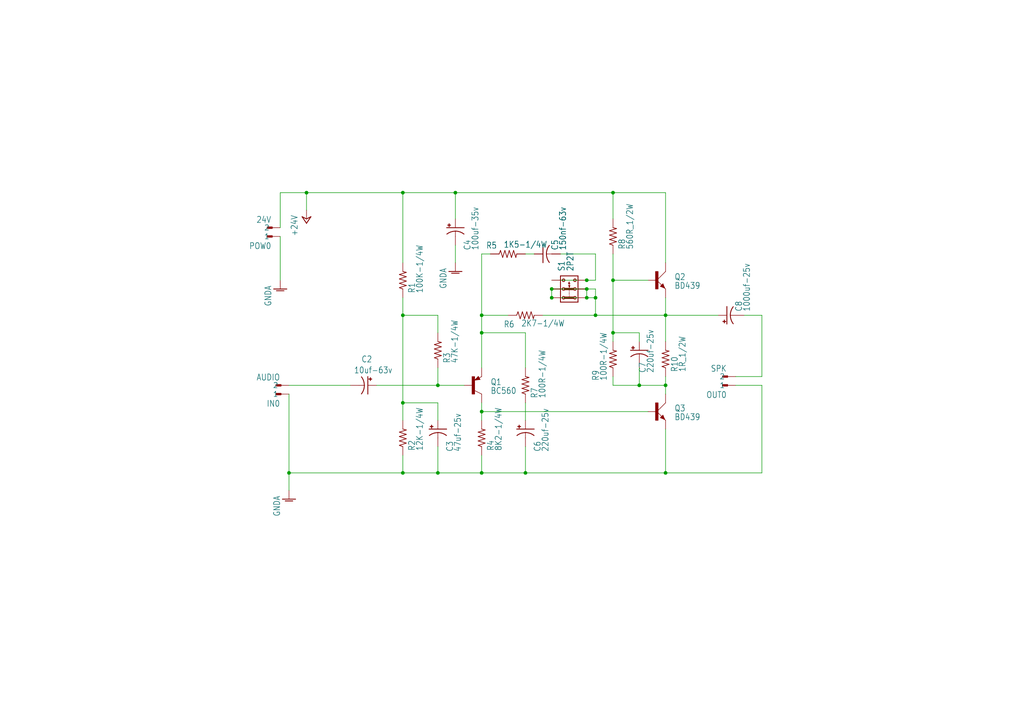
<source format=kicad_sch>
(kicad_sch (version 20250114) (generator "eeschema") (generator_version "9.0")
  (paper "A4")
  (lib_symbols
    (symbol "AmpBoard-eagle-import:+24V" (power)
      (symbol "+24V_1_0"
        (polyline (pts (xy 0 1.27) (xy -1.27 -0.635)) (stroke (width 0.254)))
        (polyline (pts (xy 0 0) (xy -1.27 -0.635)) (stroke (width 0.254)))
        (polyline (pts (xy 1.27 -0.635) (xy 0 1.27)) (stroke (width 0.254)))
        (polyline (pts (xy 1.27 -0.635) (xy 0 0)) (stroke (width 0.254)))
        (pin power_in line (at 0 -2.54 90) (length 2.54) (name "+24V") (number "1"))
      )
    )
    (symbol "AmpBoard-eagle-import:2P2T"
      (property "Reference" "S" (at 5.08 1.27 0))
      (symbol "2P2T_1_0"
        (polyline (pts (xy -3.81 2.54) (xy 3.81 2.54)) (stroke (width 0.254)))
        (polyline (pts (xy -3.81 -2.54) (xy -3.81 2.54)) (stroke (width 0.254)))
        (rectangle (start -2.794 -1.397) (end -2.286 1.397) (fill (type outline)))
        (polyline (pts (xy -2.54 2.413) (xy -2.54 2.032)) (stroke (width 0.1524)))
        (circle (center -2.54 1.651) (radius 0.381) (stroke (width 0.254)))
        (circle (center -2.54 -1.651) (radius 0.381) (stroke (width 0.254)))
        (polyline (pts (xy -2.54 -2.413) (xy -2.54 -2.032)) (stroke (width 0.1524)))
        (polyline (pts (xy -2.159 0) (xy -2.032 0)) (stroke (width 0.1524)))
        (polyline (pts (xy -1.778 0) (xy -1.651 0)) (stroke (width 0.1524)))
        (polyline (pts (xy -1.397 0) (xy -1.143 0)) (stroke (width 0.1524)))
        (polyline (pts (xy -0.889 0) (xy -0.762 0)) (stroke (width 0.1524)))
        (polyline (pts (xy -0.508 0) (xy -0.381 0)) (stroke (width 0.1524)))
        (rectangle (start -0.254 -1.397) (end 0.254 1.397) (fill (type outline)))
        (polyline (pts (xy 0 2.413) (xy 0 2.032)) (stroke (width 0.1524)))
        (circle (center 0 1.651) (radius 0.381) (stroke (width 0.254)))
        (circle (center 0 -1.651) (radius 0.381) (stroke (width 0.254)))
        (polyline (pts (xy 0 -2.413) (xy 0 -2.032)) (stroke (width 0.1524)))
        (polyline (pts (xy 0.381 0) (xy 2.032 0)) (stroke (width 0.1524)))
        (polyline (pts (xy 0.381 0) (xy 1.016 -0.254) (xy 1.016 0.254)) (stroke (width 0.1524)) (fill (type outline)))
        (polyline (pts (xy 2.159 0) (xy 1.524 0.254) (xy 1.524 -0.254)) (stroke (width 0.1524)) (fill (type outline)))
        (polyline (pts (xy 2.54 2.413) (xy 2.54 2.032)) (stroke (width 0.1524)))
        (circle (center 2.54 1.651) (radius 0.381) (stroke (width 0.254)))
        (circle (center 2.54 -1.651) (radius 0.381) (stroke (width 0.254)))
        (polyline (pts (xy 2.54 -2.413) (xy 2.54 -2.032)) (stroke (width 0.1524)))
        (polyline (pts (xy 3.81 2.54) (xy 3.81 -2.54)) (stroke (width 0.254)))
        (polyline (pts (xy 3.81 -2.54) (xy -3.81 -2.54)) (stroke (width 0.254)))
        (pin passive line (at -2.54 5.08 270) (length 2.54) (name "1.1") (number "1.1"))
        (pin passive line (at -2.54 -5.08 90) (length 2.54) (name "1.2") (number "1.2"))
        (pin passive line (at 0 5.08 270) (length 2.54) (name "2.1") (number "2.1"))
        (pin passive line (at 0 -5.08 90) (length 2.54) (name "2.2") (number "2.2"))
        (pin passive line (at 2.54 5.08 270) (length 2.54) (name "3.1") (number "3.1"))
        (pin passive line (at 2.54 -5.08 90) (length 2.54) (name "3.2") (number "3.2"))
      )
    )
    (symbol "AmpBoard-eagle-import:BC560"
      (property "Reference" "Q" (at -10.16 7.62 0))
      (symbol "BC560_1_0"
        (rectangle (start -0.254 -2.54) (end 0.508 2.54) (fill (type outline)))
        (polyline (pts (xy 0.516 1.478) (xy 2.086 1.678)) (stroke (width 0.1524)))
        (polyline (pts (xy 0.762 1.651) (xy 1.778 1.778)) (stroke (width 0.254)))
        (polyline (pts (xy 1.143 1.905) (xy 1.524 1.905)) (stroke (width 0.254)))
        (polyline (pts (xy 1.524 2.413) (xy 0.762 1.651)) (stroke (width 0.254)))
        (polyline (pts (xy 1.524 2.159) (xy 1.143 1.905)) (stroke (width 0.254)))
        (polyline (pts (xy 1.578 2.594) (xy 0.516 1.478)) (stroke (width 0.1524)))
        (polyline (pts (xy 1.778 1.778) (xy 1.524 2.159)) (stroke (width 0.254)))
        (polyline (pts (xy 1.905 1.778) (xy 1.524 2.413)) (stroke (width 0.254)))
        (polyline (pts (xy 2.086 1.678) (xy 1.578 2.594)) (stroke (width 0.1524)))
        (polyline (pts (xy 2.54 2.54) (xy 1.808 2.124)) (stroke (width 0.1524)))
        (polyline (pts (xy 2.54 -2.54) (xy 0.508 -1.524)) (stroke (width 0.1524)))
        (pin passive line (at -2.54 0 0) (length 2.54) (name "B") (number "B"))
        (pin passive line (at 2.54 5.08 270) (length 2.54) (name "E") (number "E"))
        (pin passive line (at 2.54 -5.08 90) (length 2.54) (name "C") (number "C"))
      )
    )
    (symbol "AmpBoard-eagle-import:BD139"
      (property "Reference" "Q" (at 5.08 2.54 0))
      (symbol "BD139_1_0"
        (rectangle (start -0.381 -2.54) (end 0.381 2.54) (fill (type outline)))
        (polyline (pts (xy 0 0) (xy 1.651 -1.651)) (stroke (width 0.1524)))
        (polyline (pts (xy 1.016 -1.778) (xy 1.778 -1.016)) (stroke (width 0.1524)))
        (polyline (pts (xy 1.27 -1.778) (xy 2.159 -2.159)) (stroke (width 0.254)))
        (polyline (pts (xy 1.524 -1.778) (xy 1.778 -1.524)) (stroke (width 0.254)))
        (polyline (pts (xy 1.778 -1.016) (xy 2.286 -2.286)) (stroke (width 0.1524)))
        (polyline (pts (xy 1.778 -1.27) (xy 1.27 -1.778)) (stroke (width 0.254)))
        (polyline (pts (xy 2.159 -2.159) (xy 1.651 -1.651)) (stroke (width 0.254)))
        (polyline (pts (xy 2.159 -2.159) (xy 1.778 -1.27)) (stroke (width 0.254)))
        (polyline (pts (xy 2.159 -2.159) (xy 2.286 -2.286)) (stroke (width 0.1524)))
        (polyline (pts (xy 2.286 -2.286) (xy 1.016 -1.778)) (stroke (width 0.1524)))
        (polyline (pts (xy 2.286 -2.286) (xy 2.54 -2.54)) (stroke (width 0.1524)))
        (polyline (pts (xy 2.54 2.54) (xy 0 0)) (stroke (width 0.1524)))
        (pin passive line (at -2.54 0 0) (length 2.54) (name "B") (number "B"))
        (pin passive line (at 2.54 5.08 270) (length 2.54) (name "C") (number "C"))
        (pin passive line (at 2.54 -5.08 90) (length 2.54) (name "E") (number "E"))
      )
    )
    (symbol "AmpBoard-eagle-import:C-US050-025X075"
      (property "Reference" "C" (at 1.016 0.635 0))
      (symbol "C-US050-025X075_1_0"
        (polyline (pts (xy -2.54 0) (xy 2.54 0)) (stroke (width 0.254)))
        (arc (start 0 -1) (mid 1.3158 -1.2195) (end 2.4892 -1.8541) (stroke (width 0.254)))
        (arc (start -2.4668 -1.8504) (mid -1.302 -1.2303) (end 0 -1.0161) (stroke (width 0.254)))
        (polyline (pts (xy 0 -1.016) (xy 0 -2.54)) (stroke (width 0.1524)))
        (pin passive line (at 0 2.54 270) (length 2.54) (name "1") (number "1"))
        (pin passive line (at 0 -5.08 90) (length 2.54) (name "2") (number "2"))
      )
    )
    (symbol "AmpBoard-eagle-import:CPOL-USE2-5"
      (property "Reference" "C" (at 1.016 0.635 0))
      (symbol "CPOL-USE2-5_1_0"
        (polyline (pts (xy -2.54 0) (xy 2.54 0)) (stroke (width 0.254)))
        (rectangle (start -2.253 0.668) (end -1.364 0.795) (fill (type outline)))
        (rectangle (start -1.872 0.287) (end -1.745 1.176) (fill (type outline)))
        (arc (start 0 -1) (mid 1.3158 -1.2195) (end 2.4892 -1.8541) (stroke (width 0.254)))
        (arc (start -2.4669 -1.8504) (mid -1.3021 -1.2303) (end 0 -1.0161) (stroke (width 0.254)))
        (polyline (pts (xy 0 -1.016) (xy 0 -2.54)) (stroke (width 0.1524)))
        (pin passive line (at 0 2.54 270) (length 2.54) (name "+") (number "+"))
        (pin passive line (at 0 -5.08 90) (length 2.54) (name "-") (number "-"))
      )
    )
    (symbol "AmpBoard-eagle-import:CPOL-USE2.5-6"
      (property "Reference" "C" (at 1.016 0.635 0))
      (symbol "CPOL-USE2.5-6_1_0"
        (polyline (pts (xy -2.54 0) (xy 2.54 0)) (stroke (width 0.254)))
        (rectangle (start -2.253 0.668) (end -1.364 0.795) (fill (type outline)))
        (rectangle (start -1.872 0.287) (end -1.745 1.176) (fill (type outline)))
        (arc (start 0 -1) (mid 1.3158 -1.2195) (end 2.4892 -1.8541) (stroke (width 0.254)))
        (arc (start -2.4669 -1.8504) (mid -1.3021 -1.2303) (end 0 -1.0161) (stroke (width 0.254)))
        (polyline (pts (xy 0 -1.016) (xy 0 -2.54)) (stroke (width 0.1524)))
        (pin passive line (at 0 2.54 270) (length 2.54) (name "+") (number "+"))
        (pin passive line (at 0 -5.08 90) (length 2.54) (name "-") (number "-"))
      )
    )
    (symbol "AmpBoard-eagle-import:CPOL-USE3.5-8"
      (property "Reference" "C" (at 1.016 0.635 0))
      (symbol "CPOL-USE3.5-8_1_0"
        (polyline (pts (xy -2.54 0) (xy 2.54 0)) (stroke (width 0.254)))
        (rectangle (start -2.253 0.668) (end -1.364 0.795) (fill (type outline)))
        (rectangle (start -1.872 0.287) (end -1.745 1.176) (fill (type outline)))
        (arc (start 0 -1) (mid 1.3158 -1.2195) (end 2.4892 -1.8541) (stroke (width 0.254)))
        (arc (start -2.4669 -1.8504) (mid -1.3021 -1.2303) (end 0 -1.0161) (stroke (width 0.254)))
        (polyline (pts (xy 0 -1.016) (xy 0 -2.54)) (stroke (width 0.1524)))
        (pin passive line (at 0 2.54 270) (length 2.54) (name "+") (number "+"))
        (pin passive line (at 0 -5.08 90) (length 2.54) (name "-") (number "-"))
      )
    )
    (symbol "AmpBoard-eagle-import:CPOL-USE5-13"
      (property "Reference" "C" (at 1.016 0.635 0))
      (symbol "CPOL-USE5-13_1_0"
        (polyline (pts (xy -2.54 0) (xy 2.54 0)) (stroke (width 0.254)))
        (rectangle (start -2.253 0.668) (end -1.364 0.795) (fill (type outline)))
        (rectangle (start -1.872 0.287) (end -1.745 1.176) (fill (type outline)))
        (arc (start 0 -1) (mid 1.3158 -1.2195) (end 2.4892 -1.8541) (stroke (width 0.254)))
        (arc (start -2.4669 -1.8504) (mid -1.3021 -1.2303) (end 0 -1.0161) (stroke (width 0.254)))
        (polyline (pts (xy 0 -1.016) (xy 0 -2.54)) (stroke (width 0.1524)))
        (pin passive line (at 0 2.54 270) (length 2.54) (name "+") (number "+"))
        (pin passive line (at 0 -5.08 90) (length 2.54) (name "-") (number "-"))
      )
    )
    (symbol "AmpBoard-eagle-import:GNDA" (power)
      (symbol "GNDA_1_0"
        (polyline (pts (xy -1.905 0) (xy 1.905 0)) (stroke (width 0.254)))
        (polyline (pts (xy -1.0922 -0.508) (xy 1.0922 -0.508)) (stroke (width 0.254)))
        (pin power_in line (at 0 2.54 270) (length 2.54) (name "GNDA") (number "1"))
      )
    )
    (symbol "AmpBoard-eagle-import:PM5.08/2/90BLK"
      (property "Reference" "J" (at 2.54 1.778 0))
      (symbol "PM5.08/2/90BLK_1_0"
        (rectangle (start 2.286 -0.254) (end 3.81 0.254) (fill (type outline)))
        (rectangle (start 2.286 -2.794) (end 3.81 -2.286) (fill (type outline)))
        (pin passive line (at 0 0 0) (length 2.54) (name "1") (number "1"))
        (pin passive line (at 0 -2.54 0) (length 2.54) (name "2") (number "2"))
      )
    )
    (symbol "AmpBoard-eagle-import:R-US_0204/7"
      (property "Reference" "R" (at -3.81 1.4986 0))
      (symbol "R-US_0204/7_1_0"
        (polyline (pts (xy -2.54 0) (xy -2.159 1.016)) (stroke (width 0.2032)))
        (polyline (pts (xy -2.159 1.016) (xy -1.524 -1.016)) (stroke (width 0.2032)))
        (polyline (pts (xy -1.524 -1.016) (xy -0.889 1.016)) (stroke (width 0.2032)))
        (polyline (pts (xy -0.889 1.016) (xy -0.254 -1.016)) (stroke (width 0.2032)))
        (polyline (pts (xy -0.254 -1.016) (xy 0.381 1.016)) (stroke (width 0.2032)))
        (polyline (pts (xy 0.381 1.016) (xy 1.016 -1.016)) (stroke (width 0.2032)))
        (polyline (pts (xy 1.016 -1.016) (xy 1.651 1.016)) (stroke (width 0.2032)))
        (polyline (pts (xy 1.651 1.016) (xy 2.286 -1.016)) (stroke (width 0.2032)))
        (polyline (pts (xy 2.286 -1.016) (xy 2.54 0)) (stroke (width 0.2032)))
        (pin passive line (at -5.08 0 0) (length 2.54) (name "1") (number "1"))
        (pin passive line (at 5.08 0 180) (length 2.54) (name "2") (number "2"))
      )
    )
  )
  (junction (at 127 111.76))
  (junction (at 170.18 83.82))
  (junction (at 193.04 111.76))
  (junction (at 139.7 137.16))
  (junction (at 160.02 86.36))
  (junction (at 170.18 86.36))
  (junction (at 152.4 137.16))
  (junction (at 139.7 91.44))
  (junction (at 177.8 81.28))
  (junction (at 172.72 86.36))
  (junction (at 116.84 55.88))
  (junction (at 127 137.16))
  (junction (at 160.02 83.82))
  (junction (at 185.42 111.76))
  (junction (at 116.84 116.84))
  (junction (at 177.8 96.52))
  (junction (at 172.72 91.44))
  (junction (at 193.04 137.16))
  (junction (at 88.9 55.88))
  (junction (at 139.7 119.38))
  (junction (at 132.08 55.88))
  (junction (at 193.04 91.44))
  (junction (at 139.7 96.52))
  (junction (at 170.18 81.28))
  (junction (at 116.84 91.44))
  (junction (at 177.8 55.88))
  (junction (at 83.82 137.16))
  (junction (at 116.84 137.16))
  (wire (pts (xy 220.98 137.16) (xy 193.04 137.16)) (stroke (width 0.1524)))
  (wire (pts (xy 193.04 111.76) (xy 193.04 114.3)) (stroke (width 0.1524)))
  (wire (pts (xy 193.04 124.46) (xy 193.04 137.16)) (stroke (width 0.1524)))
  (wire (pts (xy 177.8 111.76) (xy 185.42 111.76)) (stroke (width 0.1524)))
  (wire (pts (xy 116.84 137.16) (xy 83.82 137.16)) (stroke (width 0.1524)))
  (wire (pts (xy 170.18 86.36) (xy 170.18 83.82)) (stroke (width 0.1524)))
  (wire (pts (xy 139.7 116.84) (xy 139.7 119.38)) (stroke (width 0.1524)))
  (wire (pts (xy 172.72 86.36) (xy 172.72 91.44)) (stroke (width 0.1524)))
  (wire (pts (xy 81.28 55.88) (xy 81.28 66.04)) (stroke (width 0.1524)))
  (wire (pts (xy 177.8 81.28) (xy 177.8 96.52)) (stroke (width 0.1524)))
  (wire (pts (xy 193.04 76.2) (xy 193.04 55.88)) (stroke (width 0.1524)))
  (wire (pts (xy 83.82 111.76) (xy 101.6 111.76)) (stroke (width 0.1524)))
  (wire (pts (xy 185.42 96.52) (xy 177.8 96.52)) (stroke (width 0.1524)))
  (wire (pts (xy 172.72 73.66) (xy 162.56 73.66)) (stroke (width 0.1524)))
  (wire (pts (xy 152.4 116.84) (xy 152.4 121.92)) (stroke (width 0.1524)))
  (wire (pts (xy 172.72 83.82) (xy 172.72 86.36)) (stroke (width 0.1524)))
  (wire (pts (xy 88.9 55.88) (xy 81.28 55.88)) (stroke (width 0.1524)))
  (wire (pts (xy 208.28 91.44) (xy 193.04 91.44)) (stroke (width 0.1524)))
  (wire (pts (xy 152.4 129.54) (xy 152.4 137.16)) (stroke (width 0.1524)))
  (wire (pts (xy 116.84 55.88) (xy 88.9 55.88)) (stroke (width 0.1524)))
  (wire (pts (xy 127 137.16) (xy 116.84 137.16)) (stroke (width 0.1524)))
  (wire (pts (xy 177.8 109.22) (xy 177.8 111.76)) (stroke (width 0.1524)))
  (wire (pts (xy 172.72 86.36) (xy 170.18 86.36)) (stroke (width 0.1524)))
  (wire (pts (xy 152.4 106.68) (xy 152.4 96.52)) (stroke (width 0.1524)))
  (wire (pts (xy 185.42 111.76) (xy 193.04 111.76)) (stroke (width 0.1524)))
  (wire (pts (xy 142.24 73.66) (xy 139.7 73.66)) (stroke (width 0.1524)))
  (wire (pts (xy 81.28 68.58) (xy 81.28 81.28)) (stroke (width 0.1524)))
  (wire (pts (xy 127 106.68) (xy 127 111.76)) (stroke (width 0.1524)))
  (wire (pts (xy 127 91.44) (xy 116.84 91.44)) (stroke (width 0.1524)))
  (wire (pts (xy 177.8 73.66) (xy 177.8 81.28)) (stroke (width 0.1524)))
  (wire (pts (xy 177.8 63.5) (xy 177.8 55.88)) (stroke (width 0.1524)))
  (wire (pts (xy 193.04 55.88) (xy 177.8 55.88)) (stroke (width 0.1524)))
  (wire (pts (xy 139.7 137.16) (xy 127 137.16)) (stroke (width 0.1524)))
  (wire (pts (xy 187.96 119.38) (xy 139.7 119.38)) (stroke (width 0.1524)))
  (wire (pts (xy 139.7 73.66) (xy 139.7 91.44)) (stroke (width 0.1524)))
  (wire (pts (xy 127 121.92) (xy 127 116.84)) (stroke (width 0.1524)))
  (wire (pts (xy 116.84 91.44) (xy 116.84 116.84)) (stroke (width 0.1524)))
  (wire (pts (xy 116.84 121.92) (xy 116.84 116.84)) (stroke (width 0.1524)))
  (wire (pts (xy 177.8 55.88) (xy 132.08 55.88)) (stroke (width 0.1524)))
  (wire (pts (xy 220.98 109.22) (xy 213.36 109.22)) (stroke (width 0.1524)))
  (wire (pts (xy 152.4 137.16) (xy 139.7 137.16)) (stroke (width 0.1524)))
  (wire (pts (xy 127 96.52) (xy 127 91.44)) (stroke (width 0.1524)))
  (wire (pts (xy 152.4 73.66) (xy 154.94 73.66)) (stroke (width 0.1524)))
  (wire (pts (xy 83.82 137.16) (xy 83.82 114.3)) (stroke (width 0.1524)))
  (wire (pts (xy 147.32 91.44) (xy 139.7 91.44)) (stroke (width 0.1524)))
  (wire (pts (xy 193.04 91.44) (xy 193.04 99.06)) (stroke (width 0.1524)))
  (wire (pts (xy 127 116.84) (xy 116.84 116.84)) (stroke (width 0.1524)))
  (wire (pts (xy 220.98 111.76) (xy 220.98 137.16)) (stroke (width 0.1524)))
  (wire (pts (xy 88.9 60.96) (xy 88.9 55.88)) (stroke (width 0.1524)))
  (wire (pts (xy 127 129.54) (xy 127 137.16)) (stroke (width 0.1524)))
  (wire (pts (xy 132.08 63.5) (xy 132.08 55.88)) (stroke (width 0.1524)))
  (wire (pts (xy 116.84 86.36) (xy 116.84 91.44)) (stroke (width 0.1524)))
  (wire (pts (xy 116.84 132.08) (xy 116.84 137.16)) (stroke (width 0.1524)))
  (wire (pts (xy 172.72 91.44) (xy 193.04 91.44)) (stroke (width 0.1524)))
  (wire (pts (xy 185.42 106.68) (xy 185.42 111.76)) (stroke (width 0.1524)))
  (wire (pts (xy 127 111.76) (xy 134.62 111.76)) (stroke (width 0.1524)))
  (wire (pts (xy 139.7 96.52) (xy 139.7 106.68)) (stroke (width 0.1524)))
  (wire (pts (xy 215.9 91.44) (xy 220.98 91.44)) (stroke (width 0.1524)))
  (wire (pts (xy 170.18 81.28) (xy 160.02 81.28)) (stroke (width 0.1524)))
  (wire (pts (xy 132.08 55.88) (xy 116.84 55.88)) (stroke (width 0.1524)))
  (wire (pts (xy 139.7 132.08) (xy 139.7 137.16)) (stroke (width 0.1524)))
  (wire (pts (xy 187.96 81.28) (xy 177.8 81.28)) (stroke (width 0.1524)))
  (wire (pts (xy 172.72 81.28) (xy 170.18 81.28)) (stroke (width 0.1524)))
  (wire (pts (xy 157.48 91.44) (xy 172.72 91.44)) (stroke (width 0.1524)))
  (wire (pts (xy 139.7 119.38) (xy 139.7 121.92)) (stroke (width 0.1524)))
  (wire (pts (xy 170.18 83.82) (xy 160.02 83.82)) (stroke (width 0.1524)))
  (wire (pts (xy 160.02 86.36) (xy 160.02 83.82)) (stroke (width 0.1524)))
  (wire (pts (xy 170.18 86.36) (xy 160.02 86.36)) (stroke (width 0.1524)))
  (wire (pts (xy 127 111.76) (xy 109.22 111.76)) (stroke (width 0.1524)))
  (wire (pts (xy 152.4 96.52) (xy 139.7 96.52)) (stroke (width 0.1524)))
  (wire (pts (xy 132.08 76.2) (xy 132.08 71.12)) (stroke (width 0.1524)))
  (wire (pts (xy 185.42 99.06) (xy 185.42 96.52)) (stroke (width 0.1524)))
  (wire (pts (xy 177.8 96.52) (xy 177.8 99.06)) (stroke (width 0.1524)))
  (wire (pts (xy 193.04 86.36) (xy 193.04 91.44)) (stroke (width 0.1524)))
  (wire (pts (xy 193.04 137.16) (xy 152.4 137.16)) (stroke (width 0.1524)))
  (wire (pts (xy 172.72 73.66) (xy 172.72 81.28)) (stroke (width 0.1524)))
  (wire (pts (xy 83.82 142.24) (xy 83.82 137.16)) (stroke (width 0.1524)))
  (wire (pts (xy 213.36 111.76) (xy 220.98 111.76)) (stroke (width 0.1524)))
  (wire (pts (xy 220.98 91.44) (xy 220.98 109.22)) (stroke (width 0.1524)))
  (wire (pts (xy 172.72 83.82) (xy 170.18 83.82)) (stroke (width 0.1524)))
  (wire (pts (xy 116.84 55.88) (xy 116.84 76.2)) (stroke (width 0.1524)))
  (wire (pts (xy 139.7 91.44) (xy 139.7 96.52)) (stroke (width 0.1524)))
  (wire (pts (xy 193.04 109.22) (xy 193.04 111.76)) (stroke (width 0.1524)))
  (symbol (lib_id "AmpBoard-eagle-import:PM5.08/2/90BLK") (at 81.28 68.58 180) (unit 1)
    (property "Reference" "POW0" (at 78.74 70.358 0) (effects (font (size 1.778 1.5113)) (justify left bottom)))
    (property "Value" "24V" (at 78.74 62.738 0) (effects (font (size 1.778 1.5113)) (justify left bottom)))
    (property "Footprint" "AmpBoard:WEIDMULLER_PM5.08_2" (effects (hide yes)))
  )
  (symbol (lib_id "AmpBoard-eagle-import:R-US_0204/7") (at 193.04 104.14 90) (unit 1)
    (property "Reference" "R10" (at 196.6214 107.95 0) (effects (font (size 1.778 1.5113)) (justify left bottom)))
    (property "Value" "1R_1/2W" (at 198.882 107.95 0) (effects (font (size 1.778 1.5113)) (justify left bottom)))
    (property "Footprint" "AmpBoard:0204_7" (effects (hide yes)))
  )
  (symbol (lib_id "AmpBoard-eagle-import:R-US_0204/7") (at 116.84 81.28 90) (unit 1)
    (property "Reference" "R1" (at 120.4214 85.09 0) (effects (font (size 1.778 1.5113)) (justify left bottom)))
    (property "Value" "100K-1/4W" (at 122.682 85.09 0) (effects (font (size 1.778 1.5113)) (justify left bottom)))
    (property "Footprint" "AmpBoard:0204_7" (effects (hide yes)))
  )
  (symbol (lib_id "AmpBoard-eagle-import:PM5.08/2/90BLK") (at 213.36 111.76 180) (unit 1)
    (property "Reference" "OUT0" (at 210.82 113.538 0) (effects (font (size 1.778 1.5113)) (justify left bottom)))
    (property "Value" "SPK" (at 210.82 105.918 0) (effects (font (size 1.778 1.5113)) (justify left bottom)))
    (property "Footprint" "AmpBoard:WEIDMULLER_PM5.08_2" (effects (hide yes)))
  )
  (symbol (lib_id "AmpBoard-eagle-import:CPOL-USE3.5-8") (at 185.42 101.6 0) (unit 1)
    (property "Reference" "C7" (at 187.325 108.204 90) (effects (font (size 1.778 1.5113)) (justify left bottom)))
    (property "Value" "220uf-25v" (at 189.611 108.204 90) (effects (font (size 1.778 1.5113)) (justify left bottom)))
    (property "Footprint" "AmpBoard:E3,5-8" (effects (hide yes)))
  )
  (symbol (lib_id "AmpBoard-eagle-import:CPOL-USE2-5") (at 127 124.46 0) (unit 1)
    (property "Reference" "C3" (at 131.445 131.064 90) (effects (font (size 1.778 1.5113)) (justify left bottom)))
    (property "Value" "47uf-25v" (at 133.731 131.064 90) (effects (font (size 1.778 1.5113)) (justify left bottom)))
    (property "Footprint" "AmpBoard:E2-5" (effects (hide yes)))
  )
  (symbol (lib_id "AmpBoard-eagle-import:BD139") (at 190.5 81.28 0) (unit 1)
    (property "Reference" "Q2" (at 195.58 81.28 0) (effects (font (size 1.778 1.5113)) (justify left bottom)))
    (property "Value" "BD439" (at 195.58 83.82 0) (effects (font (size 1.778 1.5113)) (justify left bottom)))
    (property "Footprint" "AmpBoard:TO126AV" (effects (hide yes)))
  )
  (symbol (lib_id "AmpBoard-eagle-import:R-US_0204/7") (at 147.32 73.66 0) (unit 1)
    (property "Reference" "R5" (at 140.97 72.1614 0) (effects (font (size 1.778 1.5113)) (justify left bottom)))
    (property "Value" "1K5-1/4W" (at 146.05 71.882 0) (effects (font (size 1.778 1.5113)) (justify left bottom)))
    (property "Footprint" "AmpBoard:0204_7" (effects (hide yes)))
  )
  (symbol (lib_id "AmpBoard-eagle-import:BC560") (at 137.16 111.76 0) (unit 1)
    (property "Reference" "Q1" (at 142.24 111.76 0) (effects (font (size 1.778 1.5113)) (justify left bottom)))
    (property "Value" "BC560" (at 142.24 114.3 0) (effects (font (size 1.778 1.5113)) (justify left bottom)))
    (property "Footprint" "AmpBoard:TO92-EBC" (effects (hide yes)))
  )
  (symbol (lib_id "AmpBoard-eagle-import:GNDA") (at 83.82 144.78 0) (unit 1)
    (property "Reference" "#GND3" (effects (hide yes)))
    (property "Value" "GNDA" (at 81.28 149.86 90) (effects (font (size 1.778 1.5113)) (justify left bottom)))
  )
  (symbol (lib_id "AmpBoard-eagle-import:CPOL-USE5-13") (at 210.82 91.44 90) (unit 1)
    (property "Reference" "C8" (at 215.265 90.424 0) (effects (font (size 1.778 1.5113)) (justify left bottom)))
    (property "Value" "1000uf-25v" (at 217.551 90.424 0) (effects (font (size 1.778 1.5113)) (justify left bottom)))
    (property "Footprint" "AmpBoard:E5-13" (effects (hide yes)))
  )
  (symbol (lib_id "AmpBoard-eagle-import:PM5.08/2/90BLK") (at 83.82 114.3 180) (unit 1)
    (property "Reference" "IN0" (at 81.28 116.078 0) (effects (font (size 1.778 1.5113)) (justify left bottom)))
    (property "Value" "AUDIO" (at 81.28 108.458 0) (effects (font (size 1.778 1.5113)) (justify left bottom)))
    (property "Footprint" "AmpBoard:WEIDMULLER_PM5.08_2" (effects (hide yes)))
  )
  (symbol (lib_id "AmpBoard-eagle-import:C-US050-025X075") (at 157.48 73.66 90) (unit 1)
    (property "Reference" "C5" (at 161.925 72.644 0) (effects (font (size 1.778 1.5113)) (justify left bottom)))
    (property "Value" "150nf-63v" (at 164.211 72.644 0) (effects (font (size 1.778 1.5113)) (justify left bottom)))
    (property "Footprint" "AmpBoard:C050-025X075" (effects (hide yes)))
  )
  (symbol (lib_id "AmpBoard-eagle-import:BD139") (at 190.5 119.38 0) (unit 1)
    (property "Reference" "Q3" (at 195.58 119.38 0) (effects (font (size 1.778 1.5113)) (justify left bottom)))
    (property "Value" "BD439" (at 195.58 121.92 0) (effects (font (size 1.778 1.5113)) (justify left bottom)))
    (property "Footprint" "AmpBoard:TO126AV" (effects (hide yes)))
  )
  (symbol (lib_id "AmpBoard-eagle-import:R-US_0204/7") (at 152.4 111.76 90) (unit 1)
    (property "Reference" "R7" (at 155.9814 115.57 0) (effects (font (size 1.778 1.5113)) (justify left bottom)))
    (property "Value" "100R-1/4W" (at 158.242 115.57 0) (effects (font (size 1.778 1.5113)) (justify left bottom)))
    (property "Footprint" "AmpBoard:0204_7" (effects (hide yes)))
  )
  (symbol (lib_id "AmpBoard-eagle-import:+24V") (at 88.9 63.5 180) (unit 1)
    (property "Reference" "#P+1" (effects (hide yes)))
    (property "Value" "+24V" (at 86.36 68.58 90) (effects (font (size 1.778 1.5113)) (justify right top)))
  )
  (symbol (lib_id "AmpBoard-eagle-import:CPOL-USE3.5-8") (at 152.4 124.46 0) (unit 1)
    (property "Reference" "C6" (at 156.845 131.064 90) (effects (font (size 1.778 1.5113)) (justify left bottom)))
    (property "Value" "220uf-25v" (at 159.131 131.064 90) (effects (font (size 1.778 1.5113)) (justify left bottom)))
    (property "Footprint" "AmpBoard:E3,5-8" (effects (hide yes)))
  )
  (symbol (lib_id "AmpBoard-eagle-import:CPOL-USE3.5-8") (at 132.08 66.04 0) (unit 1)
    (property "Reference" "C4" (at 136.525 72.644 90) (effects (font (size 1.778 1.5113)) (justify left bottom)))
    (property "Value" "100uf-35v" (at 138.811 72.644 90) (effects (font (size 1.778 1.5113)) (justify left bottom)))
    (property "Footprint" "AmpBoard:E3,5-8" (effects (hide yes)))
  )
  (symbol (lib_id "AmpBoard-eagle-import:R-US_0204/7") (at 139.7 127 90) (unit 1)
    (property "Reference" "R4" (at 143.2814 130.81 0) (effects (font (size 1.778 1.5113)) (justify left bottom)))
    (property "Value" "8K2-1/4W" (at 145.542 130.81 0) (effects (font (size 1.778 1.5113)) (justify left bottom)))
    (property "Footprint" "AmpBoard:0204_7" (effects (hide yes)))
  )
  (symbol (lib_id "AmpBoard-eagle-import:CPOL-USE2.5-6") (at 106.68 111.76 270) (unit 1)
    (property "Reference" "C2" (at 104.775 105.156 90) (effects (font (size 1.778 1.5113)) (justify left bottom)))
    (property "Value" "10uf-63v" (at 102.616 108.331 90) (effects (font (size 1.778 1.5113)) (justify left bottom)))
    (property "Footprint" "AmpBoard:E2,5-6" (effects (hide yes)))
  )
  (symbol (lib_id "AmpBoard-eagle-import:R-US_0204/7") (at 116.84 127 90) (unit 1)
    (property "Reference" "R2" (at 120.4214 130.81 0) (effects (font (size 1.778 1.5113)) (justify left bottom)))
    (property "Value" "12K-1/4W" (at 122.682 130.81 0) (effects (font (size 1.778 1.5113)) (justify left bottom)))
    (property "Footprint" "AmpBoard:0204_7" (effects (hide yes)))
  )
  (symbol (lib_id "AmpBoard-eagle-import:R-US_0204/7") (at 177.8 104.14 90) (unit 1)
    (property "Reference" "R9" (at 173.7614 110.49 0) (effects (font (size 1.778 1.5113)) (justify left bottom)))
    (property "Value" "100R-1/4W" (at 176.022 110.49 0) (effects (font (size 1.778 1.5113)) (justify left bottom)))
    (property "Footprint" "AmpBoard:0204_7" (effects (hide yes)))
  )
  (symbol (lib_id "AmpBoard-eagle-import:R-US_0204/7") (at 152.4 91.44 0) (unit 1)
    (property "Reference" "R6" (at 146.05 95.0214 0) (effects (font (size 1.778 1.5113)) (justify left bottom)))
    (property "Value" "2K7-1/4W" (at 151.13 94.742 0) (effects (font (size 1.778 1.5113)) (justify left bottom)))
    (property "Footprint" "AmpBoard:0204_7" (effects (hide yes)))
  )
  (symbol (lib_id "AmpBoard-eagle-import:2P2T") (at 165.1 83.82 90) (unit 1)
    (property "Reference" "S1" (at 163.83 78.74 0) (effects (font (size 1.778 1.5113)) (justify left bottom)))
    (property "Value" "2P2T" (at 166.37 78.74 0) (effects (font (size 1.778 1.5113)) (justify left bottom)))
    (property "Footprint" "AmpBoard:2P2T" (effects (hide yes)))
  )
  (symbol (lib_id "AmpBoard-eagle-import:R-US_0204/7") (at 177.8 68.58 90) (unit 1)
    (property "Reference" "R8" (at 181.3814 72.39 0) (effects (font (size 1.778 1.5113)) (justify left bottom)))
    (property "Value" "560R_1/2W" (at 183.642 72.39 0) (effects (font (size 1.778 1.5113)) (justify left bottom)))
    (property "Footprint" "AmpBoard:0204_7" (effects (hide yes)))
  )
  (symbol (lib_id "AmpBoard-eagle-import:R-US_0204/7") (at 127 101.6 90) (unit 1)
    (property "Reference" "R3" (at 130.5814 105.41 0) (effects (font (size 1.778 1.5113)) (justify left bottom)))
    (property "Value" "47K-1/4W" (at 132.842 105.41 0) (effects (font (size 1.778 1.5113)) (justify left bottom)))
    (property "Footprint" "AmpBoard:0204_7" (effects (hide yes)))
  )
  (symbol (lib_id "AmpBoard-eagle-import:GNDA") (at 132.08 78.74 0) (unit 1)
    (property "Reference" "#GND2" (effects (hide yes)))
    (property "Value" "GNDA" (at 129.54 83.82 90) (effects (font (size 1.778 1.5113)) (justify left bottom)))
  )
  (symbol (lib_id "AmpBoard-eagle-import:GNDA") (at 81.28 83.82 0) (unit 1)
    (property "Reference" "#GND1" (effects (hide yes)))
    (property "Value" "GNDA" (at 78.74 88.9 90) (effects (font (size 1.778 1.5113)) (justify left bottom)))
  )
)
</source>
